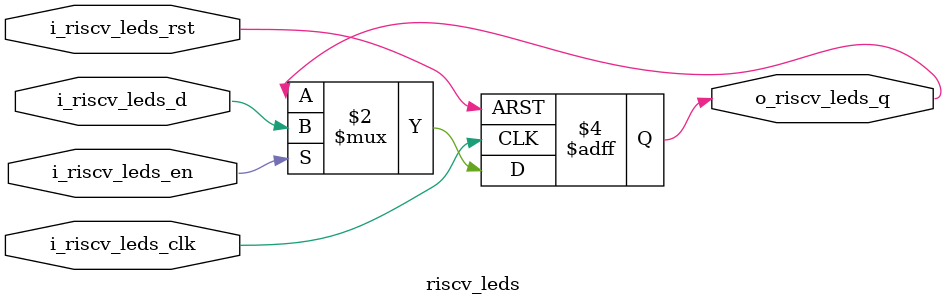
<source format=sv>
module riscv_leds (
  input  logic i_riscv_leds_clk,
  input  logic i_riscv_leds_rst,
  input  logic i_riscv_leds_en ,
  input  logic i_riscv_leds_d  ,
  output logic o_riscv_leds_q
);
  always_ff @(posedge i_riscv_leds_clk or posedge i_riscv_leds_rst) begin
    if(i_riscv_leds_rst)
      o_riscv_leds_q <= 1'b0;
    else if(i_riscv_leds_en)
      o_riscv_leds_q <= i_riscv_leds_d;
  end
endmodule
</source>
